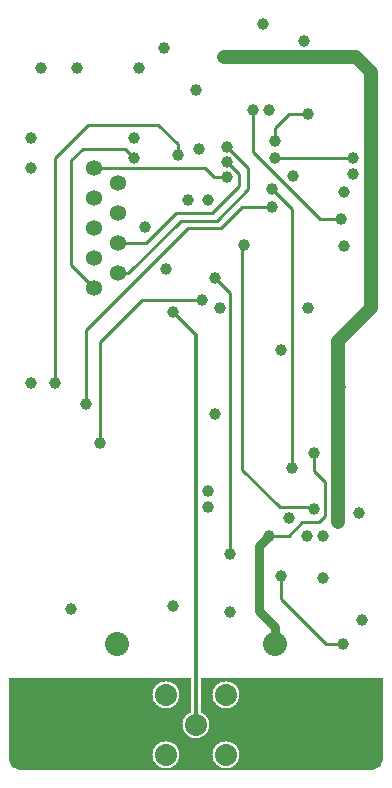
<source format=gbr>
G04 Generated by Ultiboard 14.0 *
%FSLAX24Y24*%
%MOIN*%

%ADD10C,0.0001*%
%ADD11C,0.0001*%
%ADD12C,0.0100*%
%ADD13C,0.0450*%
%ADD14C,0.0120*%
%ADD15C,0.0300*%
%ADD16C,0.0735*%
%ADD17C,0.0250*%
%ADD18R,0.3937X0.2480*%
%ADD19C,0.0394*%
%ADD20C,0.0800*%
%ADD21C,0.0534*%


G04 ColorRGB FF6600 for the following layer *
%LNCopper Bottom*%
%LPD*%
G54D10*
G36*
X-22225Y8881D02*
G75*
D01*
G03X-21863Y8881I181J-430*
G01*
X-21863Y8881D01*
X-21863Y10000D01*
X-15825Y10000D01*
X-15825Y7283D01*
X-15825Y7282D01*
G74*
D01*
G02X-16137Y6970I313J1*
G01*
X-16138Y6970D01*
X-16138Y6970D01*
X-27949Y6970D01*
G75*
D01*
G03X-27951Y6970I-1J-80*
G01*
G74*
D01*
G02X-28262Y7282I2J313*
G01*
X-28262Y7283D01*
X-28262Y7283D01*
X-28262Y10000D01*
X-22225Y10000D01*
X-22225Y8881D01*
D02*
G37*
%LPC*%
G36*
X-23511Y7450D02*
G75*
D01*
G03X-23511Y7450I467J0*
G01*
D02*
G37*
G36*
X-21511Y7450D02*
G75*
D01*
G03X-21511Y7450I467J0*
G01*
D02*
G37*
G36*
X-23511Y9450D02*
G75*
D01*
G03X-23511Y9450I467J0*
G01*
D02*
G37*
G36*
X-21511Y9450D02*
G75*
D01*
G03X-21511Y9450I467J0*
G01*
D02*
G37*
%LPD*%
G54D11*
X-23511Y7450D02*
G75*
D01*
G03X-23511Y7450I467J0*
G01*
X-21511Y7450D02*
G75*
D01*
G03X-21511Y7450I467J0*
G01*
X-23511Y9450D02*
G75*
D01*
G03X-23511Y9450I467J0*
G01*
X-21511Y9450D02*
G75*
D01*
G03X-21511Y9450I467J0*
G01*
X-22225Y8881D02*
G75*
D01*
G03X-21863Y8881I181J-430*
G01*
X-21863Y10000D01*
X-15825Y10000D01*
X-15825Y7283D01*
X-15825Y7282D01*
G74*
D01*
G02X-16137Y6970I313J1*
G01*
X-16138Y6970D01*
X-27949Y6970D01*
G75*
D01*
G03X-27951Y6970I-1J-80*
G01*
G74*
D01*
G02X-28262Y7282I2J313*
G01*
X-28262Y7283D01*
X-28262Y10000D01*
X-22225Y10000D01*
X-22225Y8881D01*
G54D12*
X-21450Y26700D02*
X-21750Y27000D01*
X-21450Y26700D02*
X-21000Y26700D01*
X-25437Y27000D02*
X-21750Y27000D01*
X-18850Y17000D02*
X-18850Y25650D01*
X-19500Y26300D01*
X-22650Y27450D02*
X-22650Y27800D01*
X-23300Y28450D01*
X-26750Y27350D02*
X-25650Y28450D01*
X-23300Y28450D02*
X-25650Y28450D01*
X-26750Y19850D02*
X-26750Y27350D01*
X-19500Y25700D02*
X-20500Y25700D01*
X-21200Y25000D01*
X-22300Y25000D01*
X-25700Y21600D01*
X-25700Y19150D02*
X-25700Y21600D01*
X-20900Y22850D02*
X-21400Y23350D01*
X-21850Y22600D02*
X-23850Y22600D01*
X-25250Y21200D01*
X-25250Y17850D02*
X-25250Y21200D01*
X-20150Y27550D02*
X-20150Y28950D01*
X-17200Y25300D02*
X-17900Y25300D01*
X-20150Y27550D01*
X-22700Y25500D02*
X-21500Y25500D01*
X-23700Y24500D02*
X-22700Y25500D01*
X-21500Y25500D02*
X-20600Y26400D01*
X-24650Y24500D02*
X-23700Y24500D01*
X-20600Y26400D02*
X-20600Y26800D01*
X-21000Y27200D01*
X-22550Y25250D02*
X-21350Y25250D01*
X-20300Y26300D01*
X-24300Y23500D02*
X-22550Y25250D01*
X-20300Y26300D02*
X-20300Y27000D01*
X-24650Y23500D02*
X-24300Y23500D01*
X-20300Y27000D02*
X-21000Y27700D01*
X-19250Y15700D02*
X-18150Y15700D01*
X-18100Y15650D01*
X-19400Y27350D02*
X-16800Y27350D01*
X-19400Y27900D02*
X-19400Y28350D01*
X-18950Y28800D01*
X-18300Y28800D01*
X-17150Y11150D02*
X-17700Y11150D01*
X-19200Y12650D01*
X-19200Y13400D01*
X-26200Y27271D02*
X-26200Y23763D01*
X-25437Y23000D01*
X-20500Y16950D02*
X-20500Y24400D01*
X-20450Y24450D01*
X-20500Y16950D02*
X-19250Y15700D01*
X-20900Y14150D02*
X-20900Y22850D01*
X-22044Y21444D02*
X-22800Y22200D01*
X-18100Y16900D02*
X-18100Y17500D01*
X-17750Y16550D02*
X-18100Y16900D01*
X-19600Y14750D02*
X-18950Y14750D01*
X-18500Y15200D01*
X-17950Y15200D02*
X-17750Y15400D01*
X-17750Y16550D01*
X-18500Y15200D02*
X-17950Y15200D01*
X-24100Y27350D02*
X-24400Y27650D01*
X-25821Y27650D01*
X-26200Y27271D02*
X-25821Y27650D01*
G54D13*
X-21100Y30700D02*
X-16700Y30700D01*
X-16700Y30700D02*
X-16200Y30200D01*
X-16200Y22350D01*
X-16200Y22350D02*
X-17295Y21255D01*
X-17295Y15205D01*
G54D14*
X-22044Y8450D02*
X-22044Y21444D01*
G54D15*
X-19950Y12250D02*
X-19950Y14400D01*
X-19418Y11718D02*
X-19950Y12250D01*
X-19418Y11542D02*
X-19418Y11718D01*
X-19418Y11150D02*
X-19418Y11542D01*
X-19950Y14400D02*
X-19600Y14750D01*
G54D16*
X-22044Y8450D03*
X-21044Y9450D03*
X-23044Y9450D03*
X-21044Y7450D03*
X-23044Y7450D03*
G54D17*
X-18200Y7400D03*
X-18200Y8400D03*
X-20000Y9400D03*
X-19400Y9400D03*
X-18800Y9400D03*
X-18200Y9400D03*
X-17600Y9400D03*
X-17000Y9400D03*
X-16400Y9400D03*
X-20000Y8400D03*
X-19400Y8400D03*
X-18800Y8400D03*
X-17000Y8400D03*
X-17600Y8400D03*
X-16400Y8400D03*
X-20000Y7400D03*
X-19400Y7400D03*
X-18800Y7400D03*
X-16400Y7400D03*
X-17000Y7400D03*
X-17600Y7400D03*
X-24000Y7400D03*
X-24600Y7400D03*
X-25200Y7400D03*
X-25800Y7400D03*
X-26400Y7400D03*
X-27000Y7400D03*
X-27600Y7400D03*
X-24000Y8400D03*
X-24600Y8400D03*
X-24000Y9400D03*
X-24600Y9400D03*
X-25200Y9400D03*
X-27600Y9400D03*
X-27600Y8400D03*
X-25200Y8400D03*
X-25800Y8400D03*
X-26400Y8400D03*
X-27000Y8400D03*
X-27000Y9400D03*
X-26400Y9400D03*
X-25800Y9400D03*
G54D18*
X-25800Y8400D03*
X-18200Y8400D03*
G54D19*
X-25250Y17850D03*
X-25700Y19150D03*
X-21000Y27200D03*
X-21000Y27700D03*
X-24100Y27350D03*
X-19600Y14750D03*
X-22800Y22200D03*
X-18100Y17500D03*
X-21100Y30700D03*
X-20100Y30700D03*
X-17300Y15200D03*
X-17250Y19700D03*
X-26000Y30350D03*
X-27200Y30350D03*
X-27550Y28000D03*
X-27550Y27000D03*
X-22050Y29600D03*
X-23100Y31000D03*
X-24100Y28000D03*
X-17800Y14750D03*
X-18350Y14750D03*
X-21950Y27650D03*
X-22300Y25950D03*
X-21650Y25950D03*
X-17100Y24400D03*
X-18300Y22350D03*
X-18950Y15350D03*
X-16600Y15500D03*
X-23050Y23650D03*
X-27550Y19850D03*
X-20900Y12200D03*
X-21250Y22350D03*
X-19600Y28950D03*
X-23950Y30350D03*
X-23750Y25050D03*
X-18800Y26750D03*
X-19800Y31800D03*
X-18450Y31250D03*
X-26200Y12300D03*
X-22800Y12400D03*
X-16500Y11950D03*
X-17800Y13350D03*
X-21650Y16250D03*
X-19200Y13400D03*
X-17150Y11150D03*
X-21400Y23350D03*
X-20900Y14150D03*
X-19500Y25700D03*
X-18100Y15650D03*
X-20450Y24450D03*
X-19400Y27350D03*
X-16800Y27350D03*
X-19400Y27900D03*
X-18300Y28800D03*
X-21000Y26700D03*
X-20150Y28950D03*
X-17200Y25300D03*
X-18850Y17000D03*
X-19500Y26300D03*
X-22650Y27450D03*
X-26750Y19850D03*
X-21850Y22600D03*
X-19200Y20950D03*
X-16800Y26800D03*
X-21400Y18800D03*
X-21650Y15700D03*
X-17100Y26200D03*
G54D20*
X-24668Y11150D03*
X-19418Y11150D03*
G54D21*
X-25437Y27000D03*
X-25437Y26000D03*
X-25437Y25000D03*
X-25437Y24000D03*
X-25437Y23000D03*
X-24650Y26500D03*
X-24650Y25500D03*
X-24650Y24500D03*
X-24650Y23500D03*

M02*

</source>
